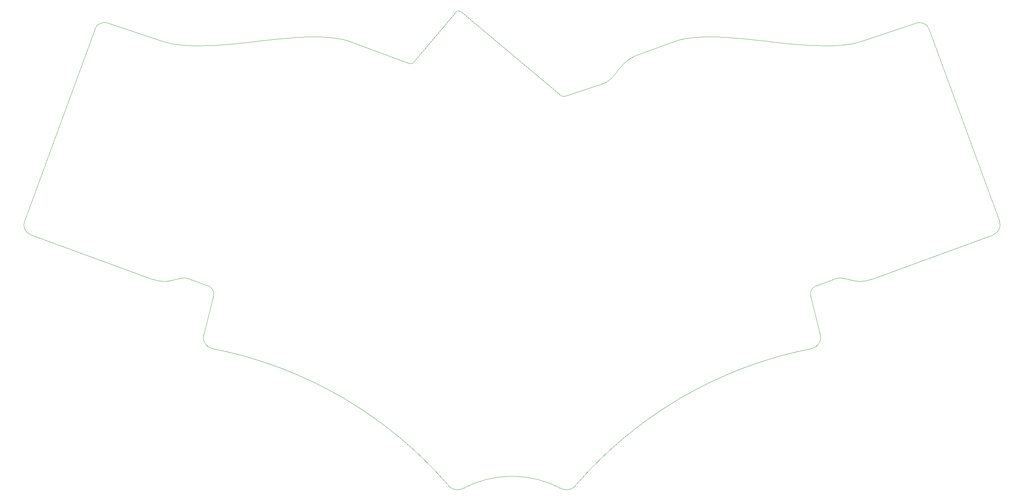
<source format=gm1>
G04 #@! TF.GenerationSoftware,KiCad,Pcbnew,(6.0.0)*
G04 #@! TF.CreationDate,2023-05-15T23:43:16+03:00*
G04 #@! TF.ProjectId,choctopus44,63686f63-746f-4707-9573-34342e6b6963,2.0*
G04 #@! TF.SameCoordinates,Original*
G04 #@! TF.FileFunction,Profile,NP*
%FSLAX46Y46*%
G04 Gerber Fmt 4.6, Leading zero omitted, Abs format (unit mm)*
G04 Created by KiCad (PCBNEW (6.0.0)) date 2023-05-15 23:43:16*
%MOMM*%
%LPD*%
G01*
G04 APERTURE LIST*
%ADD10C,0.050000*%
G04 #@! TA.AperFunction,Profile*
%ADD11C,0.050000*%
G04 #@! TD*
G04 APERTURE END LIST*
D10*
X156939361Y-64354847D02*
X156996166Y-64399411D01*
X157053960Y-64439490D01*
X157112560Y-64475284D01*
X157171782Y-64506995D01*
X157231444Y-64534824D01*
X157291362Y-64558972D01*
X157351354Y-64579642D01*
X157411236Y-64597034D01*
X157470824Y-64611350D01*
X157529937Y-64622791D01*
X157588390Y-64631559D01*
X157646001Y-64637854D01*
X157702587Y-64641880D01*
X157757964Y-64643836D01*
X157811950Y-64643924D01*
X157864361Y-64642347D01*
X157915014Y-64639304D01*
X158010314Y-64629630D01*
X158096386Y-64616513D01*
X158171764Y-64601566D01*
X158234984Y-64586399D01*
X158284581Y-64572623D01*
X158337047Y-64555692D01*
X158339361Y-64554847D01*
D11*
X266640134Y-99738410D02*
X236320563Y-110824590D01*
X250392240Y-47680321D02*
X268207226Y-96372462D01*
X186000000Y-50700000D02*
X175800000Y-54400000D01*
X21112774Y-96372462D02*
X38927760Y-47680321D01*
X130362624Y-43387377D02*
X119680375Y-56068955D01*
D10*
X226200000Y-111000000D02*
X226521301Y-110899524D01*
X226829790Y-110821978D01*
X227126713Y-110765681D01*
X227413321Y-110728954D01*
X227690862Y-110710115D01*
X227960584Y-110707486D01*
X228223738Y-110719385D01*
X228481571Y-110744134D01*
X228735332Y-110780051D01*
X228986272Y-110825457D01*
X229235637Y-110878672D01*
X229484678Y-110938015D01*
X229734642Y-111001807D01*
X229986780Y-111068367D01*
X230242340Y-111136016D01*
X230502570Y-111203073D01*
X230768720Y-111267859D01*
X231042038Y-111328692D01*
X231323774Y-111383894D01*
X231615176Y-111431784D01*
X231917493Y-111470682D01*
X232231974Y-111498908D01*
X232559869Y-111514782D01*
X232902425Y-111516623D01*
X233260891Y-111502753D01*
X233636517Y-111471490D01*
X234030552Y-111421154D01*
X234444244Y-111350067D01*
X234878842Y-111256546D01*
X235335595Y-111138913D01*
X235815752Y-110995488D01*
X236320563Y-110824590D01*
D11*
X266640134Y-99738409D02*
G75*
G03*
X268207226Y-96372462I-899549J2466576D01*
G01*
X220700000Y-128600000D02*
G75*
G03*
X222795215Y-125099538I-642144J2761638D01*
G01*
X157300000Y-164199999D02*
G75*
G03*
X160599999Y-163499999I1163822J2641976D01*
G01*
X42293708Y-46113229D02*
X56000000Y-50700000D01*
X157300000Y-164200000D02*
G75*
G03*
X132020000Y-164200000I-12640000J-23132659D01*
G01*
X128720001Y-163499999D02*
G75*
G03*
X68620000Y-128600000I-80179424J-68876032D01*
G01*
X66524785Y-125099538D02*
X68965311Y-115518757D01*
X66524785Y-125099538D02*
G75*
G03*
X68620000Y-128600000I2737359J-738824D01*
G01*
X118641669Y-56304950D02*
X103320000Y-50700000D01*
X220354689Y-115518757D02*
X222795215Y-125099538D01*
D10*
X103320000Y-50700000D02*
X102214975Y-50367938D01*
X101043945Y-50100146D01*
X99811098Y-49892340D01*
X98520625Y-49740234D01*
X97176713Y-49639544D01*
X95783554Y-49585986D01*
X94345336Y-49575274D01*
X92866250Y-49603125D01*
X91350483Y-49665252D01*
X89802226Y-49757373D01*
X88225668Y-49875201D01*
X86625000Y-50014453D01*
X85004409Y-50170843D01*
X83368085Y-50340087D01*
X81720219Y-50517901D01*
X80065000Y-50700000D01*
X78406616Y-50882098D01*
X76749257Y-51059912D01*
X75097114Y-51229156D01*
X73454375Y-51385546D01*
X71825229Y-51524798D01*
X70213867Y-51642626D01*
X68624477Y-51734747D01*
X67061250Y-51796875D01*
X65528374Y-51824725D01*
X64030039Y-51814013D01*
X62570434Y-51760455D01*
X61153750Y-51659765D01*
X59784174Y-51507659D01*
X58465898Y-51299853D01*
X57203110Y-51032061D01*
X56000000Y-50700000D01*
X175800000Y-54400000D02*
X175382525Y-54601730D01*
X174991455Y-54812670D01*
X174625067Y-55032070D01*
X174281640Y-55259179D01*
X173959454Y-55493246D01*
X173656787Y-55733520D01*
X173371917Y-55979251D01*
X173103125Y-56229687D01*
X172848687Y-56484078D01*
X172606884Y-56741674D01*
X172375994Y-57001724D01*
X172154296Y-57263476D01*
X171940069Y-57526181D01*
X171731591Y-57789086D01*
X171527142Y-58051443D01*
X171325000Y-58312500D01*
X171123443Y-58571505D01*
X170920751Y-58827709D01*
X170715203Y-59080361D01*
X170505078Y-59328710D01*
X170288653Y-59572006D01*
X170064208Y-59809497D01*
X169830023Y-60040432D01*
X169584375Y-60264062D01*
X169325543Y-60479635D01*
X169051806Y-60686401D01*
X168761444Y-60883609D01*
X168452734Y-61070507D01*
X168123956Y-61246347D01*
X167773388Y-61410375D01*
X167399310Y-61561843D01*
X167000000Y-61700000D01*
D11*
X52999437Y-110824590D02*
X22679866Y-99738410D01*
X21112775Y-96372462D02*
G75*
G03*
X22679866Y-99738410I2466638J-899373D01*
G01*
X233320000Y-50700000D02*
X247026292Y-46113229D01*
X167000000Y-61700000D02*
X158339361Y-64554847D01*
D10*
X63120000Y-111000000D02*
X62798698Y-110899524D01*
X62490209Y-110821978D01*
X62193286Y-110765681D01*
X61906678Y-110728954D01*
X61629137Y-110710115D01*
X61359415Y-110707486D01*
X61096261Y-110719385D01*
X60838428Y-110744134D01*
X60584667Y-110780051D01*
X60333727Y-110825457D01*
X60084362Y-110878672D01*
X59835321Y-110938015D01*
X59585357Y-111001807D01*
X59333219Y-111068367D01*
X59077659Y-111136016D01*
X58817429Y-111203073D01*
X58551279Y-111267859D01*
X58277961Y-111328692D01*
X57996225Y-111383894D01*
X57704823Y-111431784D01*
X57402506Y-111470682D01*
X57088025Y-111498908D01*
X56760130Y-111514782D01*
X56417574Y-111516623D01*
X56059108Y-111502753D01*
X55683482Y-111471490D01*
X55289447Y-111421154D01*
X54875755Y-111350067D01*
X54441157Y-111256546D01*
X53984404Y-111138913D01*
X53504247Y-110995488D01*
X52999437Y-110824590D01*
X118641669Y-56304950D02*
X118728736Y-56329234D01*
X118812552Y-56347223D01*
X118893180Y-56359152D01*
X118970685Y-56365253D01*
X119045130Y-56365760D01*
X119116579Y-56360907D01*
X119185096Y-56350927D01*
X119250746Y-56336054D01*
X119313592Y-56316522D01*
X119373697Y-56292564D01*
X119431127Y-56264414D01*
X119485945Y-56232305D01*
X119538215Y-56196471D01*
X119588000Y-56157145D01*
X119635365Y-56114562D01*
X119680375Y-56068955D01*
D11*
X220700000Y-128600000D02*
G75*
G03*
X160599999Y-163499999I20079419J-103776023D01*
G01*
D10*
X186000000Y-50700000D02*
X187105024Y-50367938D01*
X188276054Y-50100146D01*
X189508901Y-49892340D01*
X190799375Y-49740234D01*
X192143286Y-49639544D01*
X193536445Y-49585986D01*
X194974663Y-49575274D01*
X196453750Y-49603125D01*
X197969516Y-49665252D01*
X199517773Y-49757373D01*
X201094331Y-49875201D01*
X202695000Y-50014453D01*
X204315590Y-50170843D01*
X205951914Y-50340087D01*
X207599780Y-50517901D01*
X209255000Y-50700000D01*
X210913383Y-50882098D01*
X212570742Y-51059912D01*
X214222885Y-51229156D01*
X215865625Y-51385546D01*
X217494770Y-51524798D01*
X219106132Y-51642626D01*
X220695522Y-51734747D01*
X222258750Y-51796875D01*
X223791625Y-51824725D01*
X225289960Y-51814013D01*
X226749565Y-51760455D01*
X228166250Y-51659765D01*
X229535825Y-51507659D01*
X230854101Y-51299853D01*
X232116889Y-51032061D01*
X233320000Y-50700000D01*
D11*
X221900000Y-112600000D02*
X226200000Y-111000000D01*
X250392239Y-47680321D02*
G75*
G03*
X247026292Y-46113229I-2466576J-899549D01*
G01*
D10*
X221900000Y-112600000D02*
X221797779Y-112638971D01*
X221697474Y-112680912D01*
X221599239Y-112725863D01*
X221503231Y-112773864D01*
X221409608Y-112824955D01*
X221318524Y-112879176D01*
X221230137Y-112936567D01*
X221144604Y-112997168D01*
X221062080Y-113061019D01*
X220982723Y-113128160D01*
X220906689Y-113198631D01*
X220834133Y-113272473D01*
X220765214Y-113349725D01*
X220700087Y-113430428D01*
X220638909Y-113514621D01*
X220581836Y-113602344D01*
X220529024Y-113693638D01*
X220480631Y-113788543D01*
X220436813Y-113887098D01*
X220397726Y-113989344D01*
X220363527Y-114095321D01*
X220334372Y-114205069D01*
X220310418Y-114318628D01*
X220291821Y-114436038D01*
X220278738Y-114557338D01*
X220271326Y-114682570D01*
X220269740Y-114811773D01*
X220274137Y-114944987D01*
X220284674Y-115082252D01*
X220301507Y-115223609D01*
X220324793Y-115369097D01*
X220354689Y-115518757D01*
D11*
X156939361Y-64354847D02*
X131750000Y-43250000D01*
X131750000Y-43250000D02*
G75*
G03*
X130362624Y-43387377I-624999J-762378D01*
G01*
D10*
X67420000Y-112600000D02*
X67522220Y-112638971D01*
X67622525Y-112680912D01*
X67720760Y-112725863D01*
X67816768Y-112773864D01*
X67910391Y-112824955D01*
X68001475Y-112879176D01*
X68089862Y-112936567D01*
X68175395Y-112997168D01*
X68257919Y-113061019D01*
X68337276Y-113128160D01*
X68413310Y-113198631D01*
X68485866Y-113272473D01*
X68554785Y-113349725D01*
X68619912Y-113430428D01*
X68681090Y-113514621D01*
X68738163Y-113602344D01*
X68790975Y-113693638D01*
X68839368Y-113788543D01*
X68883186Y-113887098D01*
X68922273Y-113989344D01*
X68956472Y-114095321D01*
X68985627Y-114205069D01*
X69009581Y-114318628D01*
X69028178Y-114436038D01*
X69041261Y-114557338D01*
X69048673Y-114682570D01*
X69050259Y-114811773D01*
X69045862Y-114944987D01*
X69035325Y-115082252D01*
X69018492Y-115223609D01*
X68995206Y-115369097D01*
X68965311Y-115518757D01*
D11*
X42293708Y-46113230D02*
G75*
G03*
X38927760Y-47680321I-899373J-2466638D01*
G01*
X63120000Y-111000000D02*
X67420000Y-112600000D01*
X128720001Y-163499999D02*
G75*
G03*
X132020000Y-164200000I2136177J1941976D01*
G01*
M02*

</source>
